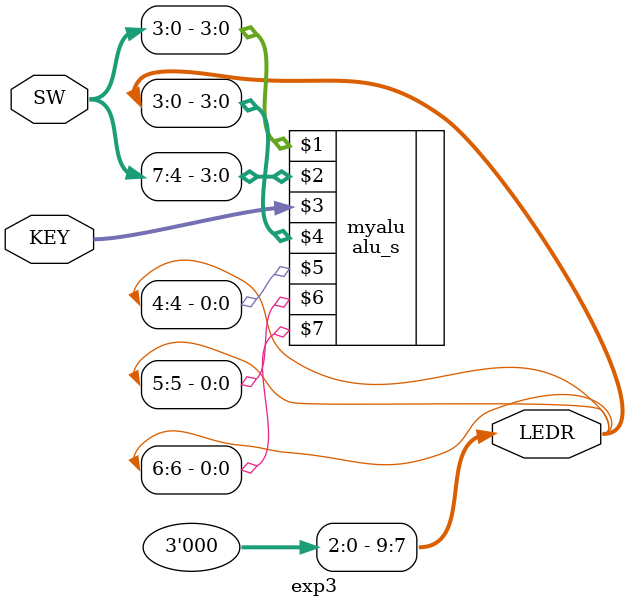
<source format=v>


module exp3(

	//////////// KEY //////////
	input 		     [2:0]		KEY,

	//////////// SW //////////
	input 		     [7:0]		SW,

	//////////// LED //////////
	output		     [9:0]		LEDR
);
	alu_s myalu(SW[3:0],SW[7:4],KEY[2:0],LEDR[3:0],LEDR[4],LEDR[5],LEDR[6]);
	assign LEDR[9:7]=3'b000;
endmodule

</source>
